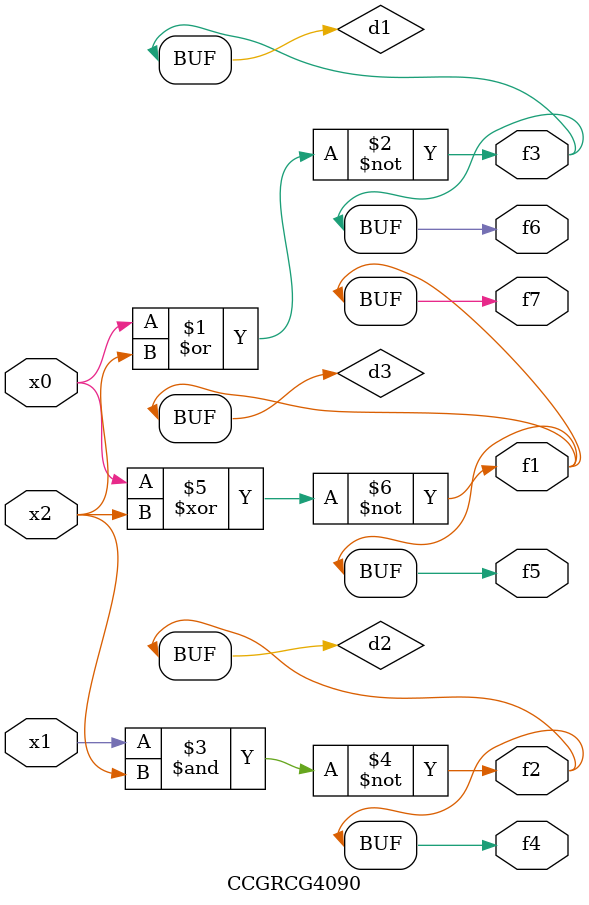
<source format=v>
module CCGRCG4090(
	input x0, x1, x2,
	output f1, f2, f3, f4, f5, f6, f7
);

	wire d1, d2, d3;

	nor (d1, x0, x2);
	nand (d2, x1, x2);
	xnor (d3, x0, x2);
	assign f1 = d3;
	assign f2 = d2;
	assign f3 = d1;
	assign f4 = d2;
	assign f5 = d3;
	assign f6 = d1;
	assign f7 = d3;
endmodule

</source>
